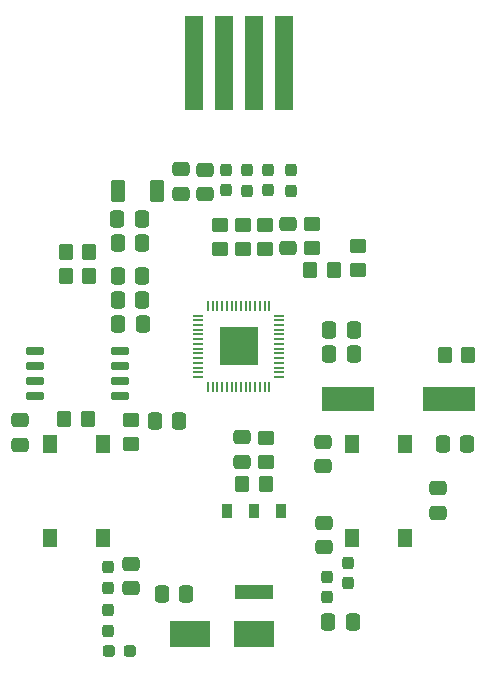
<source format=gtp>
G04 #@! TF.GenerationSoftware,KiCad,Pcbnew,6.0.10*
G04 #@! TF.CreationDate,2023-07-05T17:30:50-05:00*
G04 #@! TF.ProjectId,gas_control_board,6761735f-636f-46e7-9472-6f6c5f626f61,rev?*
G04 #@! TF.SameCoordinates,Original*
G04 #@! TF.FileFunction,Paste,Top*
G04 #@! TF.FilePolarity,Positive*
%FSLAX46Y46*%
G04 Gerber Fmt 4.6, Leading zero omitted, Abs format (unit mm)*
G04 Created by KiCad (PCBNEW 6.0.10) date 2023-07-05 17:30:50*
%MOMM*%
%LPD*%
G01*
G04 APERTURE LIST*
G04 Aperture macros list*
%AMRoundRect*
0 Rectangle with rounded corners*
0 $1 Rounding radius*
0 $2 $3 $4 $5 $6 $7 $8 $9 X,Y pos of 4 corners*
0 Add a 4 corners polygon primitive as box body*
4,1,4,$2,$3,$4,$5,$6,$7,$8,$9,$2,$3,0*
0 Add four circle primitives for the rounded corners*
1,1,$1+$1,$2,$3*
1,1,$1+$1,$4,$5*
1,1,$1+$1,$6,$7*
1,1,$1+$1,$8,$9*
0 Add four rect primitives between the rounded corners*
20,1,$1+$1,$2,$3,$4,$5,0*
20,1,$1+$1,$4,$5,$6,$7,0*
20,1,$1+$1,$6,$7,$8,$9,0*
20,1,$1+$1,$8,$9,$2,$3,0*%
G04 Aperture macros list end*
%ADD10RoundRect,0.250000X0.337500X0.475000X-0.337500X0.475000X-0.337500X-0.475000X0.337500X-0.475000X0*%
%ADD11RoundRect,0.150000X0.650000X0.150000X-0.650000X0.150000X-0.650000X-0.150000X0.650000X-0.150000X0*%
%ADD12RoundRect,0.237500X0.287500X0.237500X-0.287500X0.237500X-0.287500X-0.237500X0.287500X-0.237500X0*%
%ADD13R,4.500000X2.000000*%
%ADD14RoundRect,0.250000X0.350000X0.450000X-0.350000X0.450000X-0.350000X-0.450000X0.350000X-0.450000X0*%
%ADD15RoundRect,0.250000X-0.337500X-0.475000X0.337500X-0.475000X0.337500X0.475000X-0.337500X0.475000X0*%
%ADD16RoundRect,0.250000X-0.350000X-0.450000X0.350000X-0.450000X0.350000X0.450000X-0.350000X0.450000X0*%
%ADD17R,1.300000X1.550000*%
%ADD18RoundRect,0.250000X0.475000X-0.337500X0.475000X0.337500X-0.475000X0.337500X-0.475000X-0.337500X0*%
%ADD19RoundRect,0.250000X0.362500X0.700000X-0.362500X0.700000X-0.362500X-0.700000X0.362500X-0.700000X0*%
%ADD20RoundRect,0.250000X0.450000X-0.350000X0.450000X0.350000X-0.450000X0.350000X-0.450000X-0.350000X0*%
%ADD21RoundRect,0.237500X-0.237500X0.287500X-0.237500X-0.287500X0.237500X-0.287500X0.237500X0.287500X0*%
%ADD22RoundRect,0.250000X-0.475000X0.337500X-0.475000X-0.337500X0.475000X-0.337500X0.475000X0.337500X0*%
%ADD23R,0.200000X0.850000*%
%ADD24R,0.850000X0.200000*%
%ADD25R,3.200000X3.200000*%
%ADD26RoundRect,0.250000X-0.450000X0.350000X-0.450000X-0.350000X0.450000X-0.350000X0.450000X0.350000X0*%
%ADD27RoundRect,0.237500X0.237500X-0.287500X0.237500X0.287500X-0.237500X0.287500X-0.237500X-0.287500X0*%
%ADD28R,3.500000X2.300000*%
%ADD29R,0.950000X1.250000*%
%ADD30R,3.200000X1.250000*%
%ADD31R,1.600000X8.000000*%
G04 APERTURE END LIST*
D10*
X16954000Y-17310000D03*
X14879000Y-17310000D03*
X16977000Y-24168000D03*
X14902000Y-24168000D03*
D11*
X15072000Y-32296000D03*
X15072000Y-31026000D03*
X15072000Y-29756000D03*
X15072000Y-28486000D03*
X7872000Y-28486000D03*
X7872000Y-29756000D03*
X7872000Y-31026000D03*
X7872000Y-32296000D03*
D12*
X15904000Y-53898000D03*
X14154000Y-53898000D03*
D13*
X34426000Y-32512000D03*
X42926000Y-32512000D03*
D14*
X12361000Y-34201000D03*
X10361000Y-34201000D03*
D15*
X32809000Y-28740000D03*
X34884000Y-28740000D03*
D16*
X42577000Y-28829000D03*
X44577000Y-28829000D03*
D17*
X34743000Y-44272000D03*
X34743000Y-36322000D03*
X39243000Y-36322000D03*
X39243000Y-44272000D03*
D18*
X42037000Y-42164000D03*
X42037000Y-40089000D03*
D14*
X12500000Y-22136000D03*
X10500000Y-22136000D03*
X33201000Y-21628000D03*
X31201000Y-21628000D03*
D10*
X17020000Y-26200000D03*
X14945000Y-26200000D03*
D16*
X10500000Y-20104000D03*
X12500000Y-20104000D03*
D18*
X20279000Y-15172500D03*
X20279000Y-13097500D03*
D19*
X18270000Y-14897000D03*
X14945000Y-14897000D03*
D20*
X31328000Y-19723000D03*
X31328000Y-17723000D03*
X23581000Y-19818000D03*
X23581000Y-17818000D03*
D10*
X20109000Y-34417000D03*
X18034000Y-34417000D03*
D21*
X29550000Y-13147000D03*
X29550000Y-14897000D03*
D20*
X25486000Y-19818000D03*
X25486000Y-17818000D03*
D22*
X25400000Y-35771000D03*
X25400000Y-37846000D03*
D10*
X16977000Y-22136000D03*
X14902000Y-22136000D03*
X16977000Y-19342000D03*
X14902000Y-19342000D03*
D21*
X24089000Y-13119000D03*
X24089000Y-14869000D03*
D18*
X16002000Y-48535500D03*
X16002000Y-46460500D03*
X22311000Y-15194000D03*
X22311000Y-13119000D03*
D23*
X22546000Y-31517000D03*
X22946000Y-31517000D03*
X23346000Y-31517000D03*
X23746000Y-31517000D03*
X24146000Y-31517000D03*
X24546000Y-31517000D03*
X24946000Y-31517000D03*
X25346000Y-31517000D03*
X25746000Y-31517000D03*
X26146000Y-31517000D03*
X26546000Y-31517000D03*
X26946000Y-31517000D03*
X27346000Y-31517000D03*
X27746000Y-31517000D03*
D24*
X28596000Y-30667000D03*
X28596000Y-30267000D03*
X28596000Y-29867000D03*
X28596000Y-29467000D03*
X28596000Y-29067000D03*
X28596000Y-28667000D03*
X28596000Y-28267000D03*
X28596000Y-27867000D03*
X28596000Y-27467000D03*
X28596000Y-27067000D03*
X28596000Y-26667000D03*
X28596000Y-26267000D03*
X28596000Y-25867000D03*
X28596000Y-25467000D03*
D23*
X27746000Y-24617000D03*
X27346000Y-24617000D03*
X26946000Y-24617000D03*
X26546000Y-24617000D03*
X26146000Y-24617000D03*
X25746000Y-24617000D03*
X25346000Y-24617000D03*
X24946000Y-24617000D03*
X24546000Y-24617000D03*
X24146000Y-24617000D03*
X23746000Y-24617000D03*
X23346000Y-24617000D03*
X22946000Y-24617000D03*
X22546000Y-24617000D03*
D24*
X21696000Y-25467000D03*
X21696000Y-25867000D03*
X21696000Y-26267000D03*
X21696000Y-26667000D03*
X21696000Y-27067000D03*
X21696000Y-27467000D03*
X21696000Y-27867000D03*
X21696000Y-28267000D03*
X21696000Y-28667000D03*
X21696000Y-29067000D03*
X21696000Y-29467000D03*
X21696000Y-29867000D03*
X21696000Y-30267000D03*
X21696000Y-30667000D03*
D25*
X25146000Y-28067000D03*
D22*
X6646000Y-34328000D03*
X6646000Y-36403000D03*
D26*
X35265000Y-19612000D03*
X35265000Y-21612000D03*
D20*
X27391000Y-19818000D03*
X27391000Y-17818000D03*
D21*
X32639000Y-47578000D03*
X32639000Y-49328000D03*
D27*
X14097000Y-48500000D03*
X14097000Y-46750000D03*
D28*
X21016000Y-52451000D03*
X26416000Y-52451000D03*
D15*
X32714000Y-51435000D03*
X34789000Y-51435000D03*
D18*
X29296000Y-19766000D03*
X29296000Y-17691000D03*
D15*
X18626000Y-49022000D03*
X20701000Y-49022000D03*
D14*
X27432000Y-39751000D03*
X25432000Y-39751000D03*
D21*
X27645000Y-13119000D03*
X27645000Y-14869000D03*
X25867000Y-13147000D03*
X25867000Y-14897000D03*
D29*
X28716000Y-42037000D03*
X26416000Y-42037000D03*
X24116000Y-42037000D03*
D30*
X26416000Y-48837000D03*
D21*
X14097000Y-50433000D03*
X14097000Y-52183000D03*
D22*
X32258000Y-36152000D03*
X32258000Y-38227000D03*
D26*
X27432000Y-35846000D03*
X27432000Y-37846000D03*
D22*
X32385000Y-43010000D03*
X32385000Y-45085000D03*
D17*
X13631000Y-36360000D03*
X13631000Y-44310000D03*
X9131000Y-44310000D03*
X9131000Y-36360000D03*
D20*
X16044000Y-36328000D03*
X16044000Y-34328000D03*
D21*
X34417000Y-46383000D03*
X34417000Y-48133000D03*
D15*
X32809000Y-26708000D03*
X34884000Y-26708000D03*
D10*
X44493000Y-36322000D03*
X42418000Y-36322000D03*
D31*
X28956000Y-4064000D03*
X26416000Y-4064000D03*
X23876000Y-4064000D03*
X21336000Y-4064000D03*
M02*

</source>
